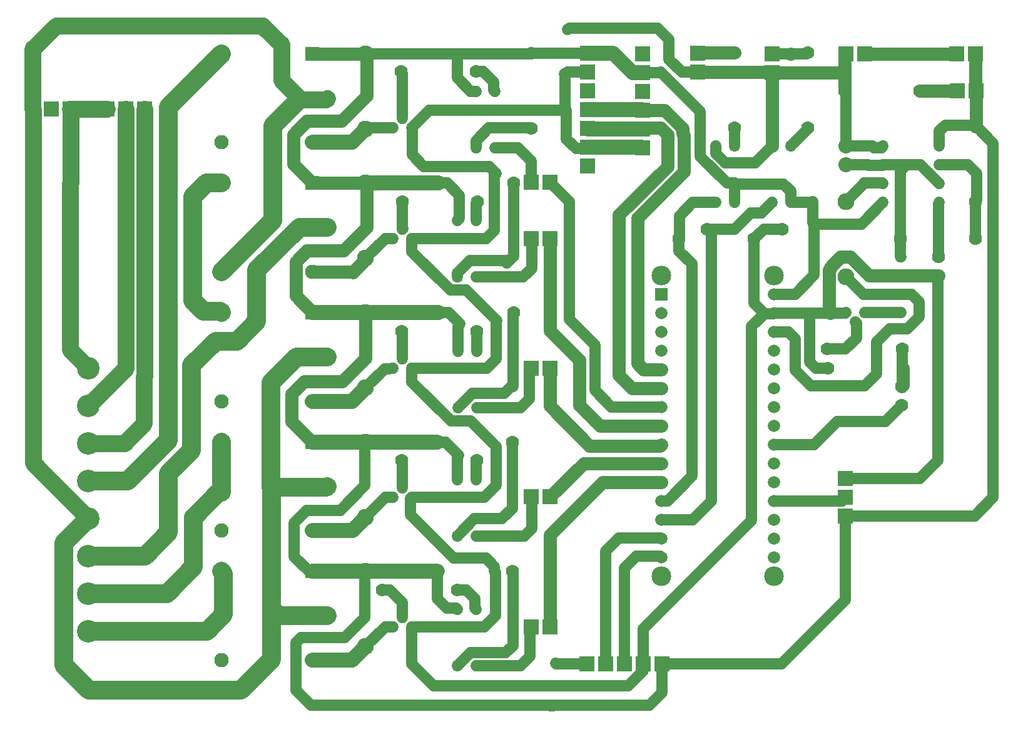
<source format=gbr>
G04 PROTEUS RS274X GERBER FILE*
%FSLAX45Y45*%
%MOMM*%
G01*
%ADD10C,2.540000*%
%ADD11C,2.286000*%
%ADD12C,2.032000*%
%ADD13C,1.524000*%
%ADD14C,1.778000*%
%ADD15C,0.762000*%
%ADD16R,1.660000X1.660000*%
%ADD17C,0.254000*%
%ADD18C,1.660000*%
%ADD19C,2.667000*%
%ADD70R,1.270000X1.270000*%
%ADD71C,1.270000*%
%ADD20C,1.778000*%
%ADD21R,2.032000X2.032000*%
%ADD22C,2.032000*%
%ADD23C,2.286000*%
%ADD24R,1.950000X1.950000*%
%ADD25C,1.950000*%
%ADD26C,3.048000*%
D10*
X-8492000Y-2056000D02*
X-6887049Y-2056000D01*
X-6664117Y-1833068D01*
X-6664117Y-1277883D01*
X-6692000Y-1250000D01*
X-6005598Y-112857D02*
X-5274857Y-112857D01*
X-5262000Y-100000D01*
D11*
X-8492000Y+992000D02*
X-7988000Y+1496000D01*
X-7988000Y+5000000D01*
X-8492000Y+484000D02*
X-8008000Y+484000D01*
X-7742000Y+750000D01*
X-7742000Y+1382791D01*
X-7734000Y+1390791D01*
X-7734000Y+5000000D01*
X-8492000Y+1500000D02*
X-8742000Y+1750000D01*
X-8742000Y+2750000D01*
X-8742000Y+3992000D01*
X-8734000Y+4000000D01*
X-8242000Y+5000000D02*
X-8730000Y+5000000D01*
X-8734000Y+4996000D01*
X-8734000Y+4000000D02*
X-8734000Y+4996000D01*
X-8738000Y+5000000D01*
X-9242000Y+4000000D02*
X-9242000Y+4996000D01*
X-9246000Y+5000000D01*
D10*
X-8492000Y-24000D02*
X-7960122Y-24000D01*
X-7413163Y+522959D01*
X-7413163Y+5028837D01*
X-6692000Y+5750000D01*
X-8492000Y-1548000D02*
X-7432974Y-1548000D01*
X-7072468Y-1187494D01*
X-7072468Y-521266D01*
X-7058588Y-507386D01*
X-6732413Y-181211D01*
X-6690774Y-181211D01*
X-6690774Y+498774D01*
X-6692000Y+500000D01*
X-6692000Y+4000000D02*
X-6894185Y+4000000D01*
X-7081726Y+3812459D01*
X-7081726Y+2410601D01*
X-6935989Y+2264864D01*
X-6706864Y+2264864D01*
X-6692000Y+2250000D01*
D11*
X-9246000Y+5000000D02*
X-9246000Y+5812873D01*
X-8931788Y+6127085D01*
X-6136445Y+6127085D01*
X-6096127Y+6086767D01*
X-5881101Y+5871741D01*
X-5881101Y+5387931D01*
X-5639196Y+5146026D01*
X-5639196Y+5132587D01*
X-5279413Y+5132587D01*
X-5262000Y+5150000D01*
D12*
X-5462000Y+4550000D02*
X-4926000Y+4550000D01*
X-4742000Y+4734000D01*
D13*
X-4369000Y+4750000D02*
X-4726000Y+4750000D01*
X-4742000Y+4734000D01*
D14*
X-5462000Y+5750000D02*
X-4742000Y+5750000D01*
D13*
X-4742000Y+2984000D02*
X-4476000Y+3250000D01*
X-4369000Y+3250000D01*
D14*
X-5462000Y+4000000D02*
X-4742000Y+4000000D01*
D12*
X-1742000Y+4996000D02*
X-1000000Y+4996000D01*
X-992000Y+4988000D01*
X-1742000Y+5758000D02*
X-1392360Y+5758000D01*
X-1130360Y+5496000D01*
X-992000Y+5496000D01*
X-992000Y+4734000D02*
X-1734000Y+4734000D01*
X-1742000Y+4742000D01*
X-5462000Y-2450000D02*
X-4926000Y-2450000D01*
X-4742000Y-2266000D01*
X-5462000Y-700000D02*
X-4921548Y-700000D01*
X-4916211Y-694663D01*
X-4742000Y-520452D01*
X-4742000Y-516000D01*
X-5462000Y+1050000D02*
X-4926000Y+1050000D01*
X-4742000Y+1234000D01*
X-4742000Y+2250000D02*
X-3758000Y+2250000D01*
D13*
X-4742000Y-2266000D02*
X-4476000Y-2000000D01*
X-4369000Y-2000000D01*
X-4742000Y-516000D02*
X-4476000Y-250000D01*
X-4369000Y-250000D01*
D12*
X-4742000Y+500000D02*
X-3774000Y+500000D01*
X-4742000Y-1250000D02*
X-3774000Y-1250000D01*
D13*
X-4242000Y-123000D02*
X-4242000Y+234000D01*
X-4258000Y+250000D01*
X-4742000Y+1234000D02*
X-4483682Y+1492318D01*
X-4432500Y+1492318D01*
X-4369000Y+1500000D01*
X-4242000Y+1627000D02*
X-4242000Y+1984000D01*
X-4258000Y+2000000D01*
D14*
X-2246000Y-242000D02*
X-1790580Y+213420D01*
X-1090904Y+213420D01*
X-742580Y+213420D01*
X-742000Y+214000D01*
X-2250000Y+1500000D02*
X-2250000Y+987420D01*
X-1713613Y+451033D01*
X-758967Y+451033D01*
X-742000Y+468000D01*
X-2250000Y-2000000D02*
X-2250000Y-752442D01*
X-1540430Y-42872D01*
X-744872Y-42872D01*
X-742000Y-40000D01*
D13*
X-4242000Y+3750000D02*
X-4242000Y+3392155D01*
X-4238686Y+3388841D01*
X-4242000Y+3377000D01*
D14*
X-2250000Y+3250000D02*
X-2250000Y+2003368D01*
X-1852626Y+1605994D01*
X-1852626Y+998789D01*
X-1826969Y+973132D01*
X-1570403Y+716566D01*
X-1561852Y+716566D01*
X-747434Y+716566D01*
X-742000Y+722000D01*
X-742000Y+1230000D02*
X-1136501Y+1230000D01*
X-1314134Y+1407633D01*
X-1314134Y+3570671D01*
X-658940Y+4225865D01*
X-658940Y+4658940D01*
X-750000Y+4750000D01*
X-976000Y+4750000D01*
X-992000Y+4734000D01*
X-742000Y+1484000D02*
X-986613Y+1484000D01*
X-1062826Y+1560213D01*
X-1062826Y+3525795D01*
X-434559Y+4154062D01*
X-434559Y+4647703D01*
X-455740Y+4668884D01*
X-455740Y+4743107D01*
X-700633Y+4988000D01*
X-992000Y+4988000D01*
X+758000Y+5492000D02*
X+1742000Y+5492000D01*
X+1742000Y+5250000D02*
X+1742000Y+5492000D01*
X+1742000Y+5734000D01*
X+1758000Y+5750000D01*
X+758000Y+5492000D02*
X+758000Y+4504000D01*
X+754000Y+4500000D01*
D13*
X+1758000Y+4504000D02*
X+2115403Y+4504000D01*
X+2138358Y+4481045D01*
X+2239045Y+4481045D01*
X+2258000Y+4500000D01*
X+1758000Y+4250000D02*
X+2056642Y+4250000D01*
X+2062537Y+4244105D01*
X+2256105Y+4244105D01*
X+2258000Y+4246000D01*
X+1758000Y+4504000D02*
X+1758000Y+5234000D01*
X+1742000Y+5250000D01*
X+1758000Y+3750000D02*
X+2000000Y+3992000D01*
X+2000000Y+4000000D01*
X+2250000Y+4000000D01*
X+2258000Y+3992000D01*
X+782000Y+2500000D02*
X+1067163Y+2500000D01*
X+1323283Y+2756120D01*
X+1323283Y+3447986D01*
X+1967986Y+3447986D01*
X+2258000Y+3738000D01*
D14*
X+2012000Y+5750000D02*
X+3254000Y+5750000D01*
X+2758000Y+5250000D02*
X+3262000Y+5250000D01*
X+3508000Y+5750000D02*
X+3508000Y+5258000D01*
X+3516000Y+5250000D01*
D13*
X+3020000Y+4246000D02*
X+3407760Y+4246000D01*
X+3524062Y+4129698D01*
X+3524062Y+3766062D01*
X+3508000Y+3750000D01*
X+3008000Y+3004000D02*
X+3008000Y+3726000D01*
X+3020000Y+3738000D01*
X+2258000Y+4246000D02*
X+2571562Y+4246000D01*
X+2766000Y+4246000D01*
X+3020000Y+3992000D01*
D14*
X+2524000Y+1500000D02*
X+2524000Y+1270000D01*
X+2508000Y+1254000D01*
D13*
X+1750000Y+2246000D02*
X+1754000Y+2250000D01*
X+782000Y+468000D02*
X+1323706Y+468000D01*
X+1635706Y+780000D01*
X+2288000Y+780000D01*
X+2508000Y+1000000D01*
X+1500000Y+1758000D02*
X+1748725Y+1758000D01*
X+1897174Y+1906449D01*
X+1897174Y+2106826D01*
X+1881000Y+2123000D01*
X+1508000Y+1500000D02*
X+1346522Y+1500000D01*
X+1262174Y+1584348D01*
X+1262174Y+2246000D01*
X+782000Y+2246000D02*
X+1262174Y+2246000D01*
D14*
X+3008000Y+2750000D02*
X+2065943Y+2750000D01*
X+1815943Y+3000000D01*
X+1683914Y+3000000D01*
X+1547464Y+2863550D01*
X+1547464Y+2846752D01*
X+1529400Y+2828688D01*
X+1529400Y+2264064D01*
X+1547464Y+2246000D01*
D13*
X+1262174Y+2246000D02*
X+1547464Y+2246000D01*
X+1750000Y+2246000D01*
X-5462000Y-1250000D02*
X-5506409Y-1250000D01*
X-5708681Y-1047728D01*
X-5708681Y-591832D01*
X-5541208Y-424359D01*
X-5085311Y-424359D01*
X-4750366Y-89414D01*
X-4750366Y+500000D01*
D12*
X-5462000Y+500000D02*
X-5000000Y+500000D01*
X-4750366Y+500000D01*
X-4742000Y+500000D01*
D10*
X-8492000Y-532000D02*
X-8825531Y-865531D01*
X-8825531Y-2517765D01*
X-8490586Y-2852710D01*
X-6434395Y-2852710D01*
X-6019038Y-2437353D01*
X-6019038Y-1750000D01*
X-6019038Y-1456772D01*
X-5262000Y-1850000D02*
X-5919038Y-1850000D01*
X-6019038Y-1750000D01*
D11*
X-8492000Y-532000D02*
X-9242000Y+218000D01*
X-9242000Y+4000000D01*
D14*
X-5462000Y+2800000D02*
X-4923430Y+2800000D01*
X-4917715Y+2794285D01*
X-4742000Y+2970000D01*
X-4742000Y+2984000D01*
D10*
X-8492000Y-1040000D02*
X-7726593Y-1040000D01*
X-7409333Y-722740D01*
X-7409333Y+76889D01*
X-7390518Y+95704D01*
X-7098888Y+387334D01*
X-7098888Y+1535038D01*
X-6769629Y+1864297D01*
X-6478000Y+1864297D01*
X-6214592Y+2127705D01*
X-6214592Y+2823851D01*
X-5638443Y+3400000D01*
X-5262000Y+3400000D01*
D14*
X-5462000Y+2250000D02*
X-5687777Y+2475777D01*
X-5687777Y+2513407D01*
X-5687777Y+2936741D01*
X-5537259Y+3087259D01*
X-5038667Y+3087259D01*
X-4728223Y+3397703D01*
X-4728223Y+4000000D01*
D12*
X-4742000Y+4000000D02*
X-4728223Y+4000000D01*
X-3758000Y+4000000D01*
D10*
X-6692000Y+2800000D02*
X-6000000Y+3492000D01*
X-6000000Y+4771783D01*
X-5639196Y+5132587D01*
D14*
X-5462000Y+4000000D02*
X-5716000Y+4254000D01*
X-5716000Y+4658296D01*
X-5537259Y+4837037D01*
X-5490222Y+4837037D01*
X-5066889Y+4837037D01*
X-4728223Y+5175703D01*
X-4728223Y+5750000D01*
D10*
X-5262000Y+1650000D02*
X-5675063Y+1650000D01*
X-6023528Y+1301535D01*
X-6023528Y-108367D01*
X-6019038Y-112857D01*
X-6019038Y-1456772D02*
X-6019038Y-112857D01*
X-6005598Y-112857D01*
D14*
X-5462000Y+500000D02*
X-5741306Y+779306D01*
X-5741306Y+821757D01*
X-5741306Y+1151016D01*
X-5571972Y+1320350D01*
X-5054564Y+1320350D01*
X-4744120Y+1630794D01*
X-4744120Y+2250000D01*
D12*
X-5462000Y+2250000D02*
X-4744120Y+2250000D01*
X-4742000Y+2250000D01*
D13*
X-742000Y-548000D02*
X-313685Y-548000D01*
X-61020Y-295335D01*
X-61020Y+3319020D01*
X-121000Y+3379000D01*
X+251332Y+3379000D01*
X+472157Y+3599825D01*
X+615825Y+3599825D01*
X+754000Y+3738000D01*
X+3020000Y+4500000D02*
X+3020000Y+4702848D01*
X+3099722Y+4782570D01*
X+3491430Y+4782570D01*
X+3508000Y+4766000D01*
X+2492000Y+3250000D02*
X+2492000Y+4166438D01*
X+2571562Y+4246000D01*
X+2492000Y+3250000D02*
X+2492000Y+3008000D01*
X+2500000Y+3000000D01*
X+2500000Y+2250000D02*
X+2008000Y+2250000D01*
X+782000Y+1992000D02*
X+976601Y+1992000D01*
X+1071982Y+1896619D01*
X+1071982Y+1474519D01*
X+1286734Y+1259767D01*
X+2012448Y+1259767D01*
X+2175364Y+1422683D01*
X+2175364Y+1852187D01*
X+2353090Y+2029913D01*
X+2590058Y+2029913D01*
X+2750000Y+2189855D01*
X+2750000Y+2395744D01*
X+2649300Y+2496444D01*
X+1995556Y+2496444D01*
X+1758000Y+2734000D01*
X+3508000Y+3750000D02*
X+3508000Y+3250000D01*
X+2516000Y+1758000D02*
X+2516000Y+1508000D01*
X+2524000Y+1500000D01*
X+1008000Y+3738000D02*
X+1296950Y+3738000D01*
X+1308950Y+3750000D01*
X+1308950Y+3462319D01*
X+1323283Y+3447986D01*
D14*
X+3516000Y+5250000D02*
X+3516000Y+4774000D01*
X+3508000Y+4766000D01*
D12*
X-1742000Y+4488000D02*
X-1346740Y+4488000D01*
X-1000000Y+4488000D01*
X-992000Y+4480000D01*
D13*
X-4242000Y-1873000D02*
X-4242000Y-1673274D01*
X-4274178Y-1641096D01*
X-4415274Y-1500000D01*
X-4516000Y-1500000D01*
X-3500000Y-1500000D02*
X-3380822Y-1500000D01*
X-3262877Y-1617945D01*
X-3262877Y-1749123D01*
X-3246000Y-1766000D01*
X-3774000Y-1250000D02*
X-3774000Y-1620041D01*
X-3645617Y-1748424D01*
X-3517576Y-1748424D01*
X-3500000Y-1766000D01*
X-3246000Y-770000D02*
X-2597604Y-770000D01*
X-2497398Y-669794D01*
X-2497398Y-244602D01*
X-2500000Y-242000D01*
X-3242000Y+960000D02*
X-2642124Y+960000D01*
X-2523494Y+1078630D01*
X-2523494Y+1480506D01*
X-2504000Y+1500000D01*
X-3246000Y+2730000D02*
X-2611850Y+2730000D01*
X-2497398Y+2844452D01*
X-2497398Y+3243398D01*
X-2504000Y+3250000D01*
X-3496000Y+960000D02*
X-3299083Y+1156917D01*
X-2862740Y+1156917D01*
X-2769657Y+1250000D01*
X-2750000Y+1250000D01*
X-2750000Y+2242000D01*
X-2742000Y+2250000D01*
X-3500000Y+2730000D02*
X-3500000Y+2781301D01*
X-3332466Y+2948835D01*
X-2854042Y+2948835D01*
X-2827946Y+2922739D01*
X-2740959Y+3009726D01*
X-2740959Y+3079315D01*
X-2740959Y+3998959D01*
X-2742000Y+4000000D01*
X-3242000Y+1722000D02*
X-3242000Y+2000000D01*
X-3246000Y-8000D02*
X-3246000Y+246000D01*
X-3242000Y+250000D01*
X-3500000Y-8000D02*
X-3500000Y+302192D01*
X-3480343Y+321849D01*
X-3658494Y+500000D01*
X-3774000Y+500000D01*
X-3496000Y+1722000D02*
X-3496000Y+2063315D01*
X-3462946Y+2096369D01*
X-3616577Y+2250000D01*
X-3758000Y+2250000D01*
X-3500000Y+3492000D02*
X-3471644Y+3520356D01*
X-3471644Y+3836095D01*
X-3635549Y+4000000D01*
X-3758000Y+4000000D01*
X-3246000Y-2528000D02*
X-2641974Y-2528000D01*
X-2514795Y-2400821D01*
X-2514795Y-2010795D01*
X-2504000Y-2000000D01*
X-3500000Y-2528000D02*
X-3322258Y-2350258D01*
X-2888836Y-2350258D01*
X-2850258Y-2350258D01*
X-2750000Y-2250000D01*
X-2750000Y-1258000D01*
X-2758000Y-1250000D01*
X-4115000Y-2000000D02*
X-3140412Y-2000000D01*
X-2984521Y-1844109D01*
X-2984521Y-1265479D01*
X-3000000Y-1250000D01*
X-3000000Y-1184931D01*
X-3115000Y-1069931D01*
X-3549932Y-1069931D01*
X-3558631Y-1061232D01*
X-4132739Y-487124D01*
X-4132739Y-487123D01*
X-4132739Y-267739D01*
X-4115000Y-250000D01*
X-3500000Y-770000D02*
X-3269315Y-539315D01*
X-2897535Y-539315D01*
X-2758357Y-400137D01*
X-2758357Y-391438D01*
X-2758357Y+499643D01*
X-2758000Y+500000D01*
X-4115000Y-250000D02*
X-3138836Y-250000D01*
X-2975822Y-86986D01*
X-2975822Y+434930D01*
X-2993220Y+452328D01*
X-3323092Y+782200D01*
X-3588884Y+782200D01*
X-4115000Y+1308316D01*
X-4115000Y+1500000D01*
X-3102465Y+1500000D01*
X-2975822Y+1626643D01*
X-2975822Y+2131165D01*
X-2967124Y+2139863D01*
X-3379461Y+2552200D01*
X-3592884Y+2552200D01*
X-4115000Y+3074316D01*
X-4115000Y+3250000D01*
X-742000Y+976000D02*
X-1420520Y+976000D01*
X-1641370Y+1196850D01*
X-1641370Y+1805754D01*
X-1989315Y+2153699D01*
X-1989315Y+3751315D01*
X-2246000Y+4008000D01*
X-3246000Y+3492000D02*
X-3246000Y+3730000D01*
X-3226000Y+3750000D01*
X-4115000Y+3250000D02*
X-3111713Y+3250000D01*
X-3000000Y+3361713D01*
X-3000000Y+3500000D01*
X-3000000Y+4100548D01*
X-2972261Y+4128287D01*
X-3067946Y+4223972D01*
X-3955205Y+4223972D01*
X-4111780Y+4380547D01*
X-4111780Y+4389246D01*
X-4111780Y+4746780D01*
X-4115000Y+4750000D01*
X-4242000Y+4877000D02*
X-4242000Y+5484000D01*
X-4266000Y+5508000D01*
X-3250000Y+5508000D02*
X-3151562Y+5508000D01*
X-3007055Y+5363493D01*
X-3007055Y+5253055D01*
X-2996000Y+5242000D01*
X-4742000Y+5750000D02*
X-4728223Y+5750000D01*
X-1742000Y+5758000D02*
X-2500000Y+5758000D01*
X-3250000Y+5242000D02*
X-3320493Y+5242000D01*
X-3500000Y+5421507D01*
X-3500000Y+5500000D01*
X-3500000Y+5750000D01*
X-4728223Y+5750000D02*
X-3500000Y+5750000D01*
X-2508000Y+5750000D01*
X-2500000Y+5758000D01*
X-2024110Y+4980753D02*
X-2024110Y+4598013D01*
X-1893631Y+4467534D01*
X-1876233Y+4467534D01*
X-1762466Y+4467534D01*
X-1742000Y+4488000D01*
X-3250000Y+4480000D02*
X-3250000Y+4572534D01*
X-3076644Y+4745890D01*
X-2503890Y+4745890D01*
X-2500000Y+4742000D01*
X-2996000Y+4480000D02*
X-2680275Y+4480000D01*
X-2502535Y+4302260D01*
X-2502535Y+4010535D01*
X-2500000Y+4008000D01*
X-4115000Y+4750000D02*
X-3884247Y+4980753D01*
X-3816027Y+4980753D01*
X-2045926Y+4980753D01*
X-2024110Y+4980753D01*
X-1742000Y+5504000D02*
X-2014929Y+5504000D01*
X-2045926Y+5473003D01*
X-4115000Y-2000000D02*
X-4115000Y-2499559D01*
X-3820515Y-2794044D01*
X-1189160Y-2794044D01*
X-988000Y-2592884D01*
X-988000Y-2500000D01*
D12*
X-4748352Y-1250000D02*
X-4742000Y-1250000D01*
D13*
X+782000Y-294000D02*
X+1702000Y-294000D01*
X+1750000Y-246000D01*
X+1750000Y+8000D02*
X+2758000Y+8000D01*
X+3000000Y+250000D01*
X+3000000Y+2742000D01*
X+3008000Y+2750000D01*
X-1242000Y-2500000D02*
X-1242000Y-1205018D01*
X-1077932Y-1040950D01*
X-757050Y-1040950D01*
X-742000Y-1056000D01*
X-1496000Y-2500000D02*
X-1496000Y-976888D01*
X-1313118Y-794006D01*
X-749994Y-794006D01*
X-742000Y-802000D01*
X-988000Y-2500000D02*
X-988000Y-2028348D01*
X+475904Y-564444D01*
X+475904Y+2060871D01*
X+652293Y+2237260D01*
X+773260Y+2237260D01*
X+782000Y+2246000D01*
D12*
X-5462000Y-1250000D02*
X-4756965Y-1250000D01*
X-4748352Y-1250000D01*
D13*
X-1750000Y-2500000D02*
X-2162891Y-2500000D01*
X-2169929Y-2492962D01*
X-2205207Y-3069166D02*
X-2238241Y-3069166D01*
X-2250000Y-3057407D01*
X-734000Y-2500000D02*
X-734000Y-2891478D01*
X-899929Y-3057407D01*
X-2250000Y-3057407D01*
X-5486039Y-3057407D01*
X-5685946Y-2857500D01*
X-5685946Y-2210740D01*
X-5615391Y-2140185D01*
X-5027428Y-2140185D01*
X-4756965Y-1869722D01*
X-4756965Y-1646296D01*
X-4756965Y-1250000D01*
X-2045926Y+4980753D02*
X-2045926Y+5454074D01*
X-2045926Y+5473003D02*
X-2045926Y+5454074D01*
X-734000Y-2500000D02*
X+883387Y-2500000D01*
X+1749363Y-1634024D01*
X+1749363Y-500637D01*
X+1750000Y-500000D01*
X+1222000Y+5746000D02*
X+1242000Y+5766000D01*
X+1222000Y+5746000D02*
X+1242000Y+5766000D01*
X+250000Y+4750000D02*
X+250000Y+4500000D01*
D14*
X+250000Y+5766000D02*
X-238000Y+5766000D01*
X-250000Y+5754000D01*
X+758000Y+5492000D02*
X+750000Y+5500000D01*
X-250000Y+5500000D01*
D13*
X+758000Y+5746000D02*
X+972000Y+5746000D01*
X+1004000Y+5746000D01*
X+1222000Y+5746000D01*
D14*
X+1004000Y+5746000D02*
X+1008000Y+5750000D01*
D13*
X+1008000Y+4500000D02*
X+1242000Y+4734000D01*
X+1242000Y+4750000D01*
X-4000Y+3738000D02*
X-314171Y+3738000D01*
X-495990Y+3556181D01*
X-495990Y+3254010D01*
X-500000Y+3250000D01*
X-742000Y-294000D02*
X-657003Y-294000D01*
X-326646Y+36357D01*
X-326646Y+2910841D01*
X-500000Y+3084195D01*
X-500000Y+3250000D01*
X+895000Y+3379000D02*
X+645000Y+3379000D01*
X+516000Y+3250000D01*
X+516000Y+2644986D01*
X+515785Y+2644771D01*
X+515785Y+2373768D01*
X+652293Y+2237260D01*
X-4000Y+4500000D02*
X-4000Y+4400451D01*
X+122868Y+4273583D01*
X+527583Y+4273583D01*
X+754000Y+4500000D01*
X-992000Y+5496000D02*
X-754000Y+5496000D01*
X-750000Y+5500000D01*
X-214813Y+4964813D01*
X-214813Y+4955609D01*
X-214813Y+4359817D01*
X+145004Y+4000000D01*
X+250000Y+4000000D01*
X+1008000Y+3738000D02*
X+1008000Y+3890869D01*
X+909059Y+3989810D01*
X+260190Y+3989810D01*
X+250000Y+4000000D01*
X+250000Y+3738000D01*
X+1750000Y-500000D02*
X+3500000Y-500000D01*
X+3750000Y-250000D01*
X+3750000Y+4540000D01*
X+3516000Y+4774000D01*
X-250000Y+5500000D02*
X-460094Y+5500000D01*
X-635095Y+5675001D01*
X-635095Y+5942370D01*
X-789887Y+6097162D01*
X-1986009Y+6097162D01*
X-2007117Y+6076054D01*
X-2049333Y+5477993D02*
X-2045926Y+5474586D01*
X-2045926Y+5473003D01*
D15*
X+2500000Y+3000000D03*
X+2500000Y+2250000D03*
X-2169929Y-2492962D03*
X-2205207Y-3069166D03*
X-2007117Y+6076054D03*
X-2049333Y+5477993D03*
D16*
X-742000Y+2500000D03*
D17*
X-742000Y+2500000D03*
D18*
X-742000Y+2246000D03*
X-742000Y+1992000D03*
X-742000Y+1738000D03*
X-742000Y+1484000D03*
X-742000Y+1230000D03*
X-742000Y+976000D03*
X-742000Y+722000D03*
X-742000Y+468000D03*
X-742000Y+214000D03*
X-742000Y-40000D03*
X-742000Y-294000D03*
X-742000Y-548000D03*
X-742000Y-802000D03*
X-742000Y-1056000D03*
X+782000Y+2500000D03*
X+782000Y+2246000D03*
X+782000Y+1992000D03*
X+782000Y+1738000D03*
X+782000Y+1484000D03*
X+782000Y+1230000D03*
X+782000Y+976000D03*
X+782000Y+722000D03*
X+782000Y+468000D03*
X+782000Y+214000D03*
X+782000Y-40000D03*
X+782000Y-294000D03*
X+782000Y-548000D03*
X+782000Y-802000D03*
X+782000Y-1056000D03*
D19*
X-742000Y+2754000D03*
X-742000Y-1310000D03*
X+782000Y-1310000D03*
X+782000Y+2754000D03*
D70*
X+1008000Y+4500000D03*
D71*
X+754000Y+4500000D03*
X+754000Y+3738000D03*
X+1008000Y+3738000D03*
D20*
X-121000Y+3379000D03*
X+895000Y+3379000D03*
X+1242000Y+4750000D03*
X+1242000Y+5766000D03*
D70*
X+2258000Y+4500000D03*
D71*
X+2258000Y+4246000D03*
X+2258000Y+3992000D03*
X+2258000Y+3738000D03*
X+3020000Y+3738000D03*
X+3020000Y+3992000D03*
X+3020000Y+4246000D03*
X+3020000Y+4500000D03*
D21*
X-992000Y+5750000D03*
X-992000Y+5496000D03*
X-992000Y+5242000D03*
X-992000Y+4988000D03*
X-992000Y+4734000D03*
X-992000Y+4480000D03*
X-1742000Y+5758000D03*
X-1742000Y+5504000D03*
X-1742000Y+5250000D03*
X-1742000Y+4996000D03*
X-1742000Y+4742000D03*
X-1742000Y+4488000D03*
X-1742000Y+4234000D03*
D20*
X+3508000Y+3750000D03*
X+3508000Y+4766000D03*
X+2492000Y+3250000D03*
X+3508000Y+3250000D03*
D22*
X+1758000Y+4250000D03*
X+1758000Y+4504000D03*
D20*
X+3008000Y+2750000D03*
X+3008000Y+3004000D03*
D23*
X+1758000Y+2734000D03*
X+1758000Y+3750000D03*
D71*
X+1754000Y+2250000D03*
X+1881000Y+2123000D03*
X+2008000Y+2250000D03*
D20*
X+1500000Y+1758000D03*
X+2516000Y+1758000D03*
X+1508000Y+1500000D03*
X+2524000Y+1500000D03*
X+2508000Y+1254000D03*
X+2508000Y+1000000D03*
D21*
X+1758000Y+5750000D03*
X+2012000Y+5750000D03*
D24*
X-5462000Y+5750000D03*
D17*
X-5462000Y+5750000D03*
D25*
X-6692000Y+5750000D03*
X-6692000Y+4550000D03*
X-5462000Y+4550000D03*
X-5262000Y+5150000D03*
D24*
X-5462000Y+4000000D03*
D17*
X-5462000Y+4000000D03*
D25*
X-6692000Y+4000000D03*
X-6692000Y+2800000D03*
X-5462000Y+2800000D03*
X-5262000Y+3400000D03*
D24*
X-5462000Y+2250000D03*
D17*
X-5462000Y+2250000D03*
D25*
X-6692000Y+2250000D03*
X-6692000Y+1050000D03*
X-5462000Y+1050000D03*
X-5262000Y+1650000D03*
D24*
X-5462000Y+500000D03*
D17*
X-5462000Y+500000D03*
D25*
X-6692000Y+500000D03*
X-6692000Y-700000D03*
X-5462000Y-700000D03*
X-5262000Y-100000D03*
D24*
X-5462000Y-1250000D03*
D17*
X-5462000Y-1250000D03*
D25*
X-6692000Y-1250000D03*
X-6692000Y-2450000D03*
X-5462000Y-2450000D03*
X-5262000Y-1850000D03*
D70*
X-3250000Y+4480000D03*
D71*
X-2996000Y+4480000D03*
X-2996000Y+5242000D03*
X-3250000Y+5242000D03*
D70*
X-3500000Y+2730000D03*
D71*
X-3246000Y+2730000D03*
X-3246000Y+3492000D03*
X-3500000Y+3492000D03*
D70*
X-3496000Y+960000D03*
D71*
X-3242000Y+960000D03*
X-3242000Y+1722000D03*
X-3496000Y+1722000D03*
D70*
X-3500000Y-770000D03*
D71*
X-3246000Y-770000D03*
X-3246000Y-8000D03*
X-3500000Y-8000D03*
D70*
X-3500000Y-2528000D03*
D71*
X-3246000Y-2528000D03*
X-3246000Y-1766000D03*
X-3500000Y-1766000D03*
D20*
X-2500000Y+5758000D03*
X-2500000Y+4742000D03*
X-3758000Y+4000000D03*
X-2742000Y+4000000D03*
X-3758000Y+2250000D03*
X-2742000Y+2250000D03*
X-3774000Y+500000D03*
X-2758000Y+500000D03*
X-3774000Y-1250000D03*
X-2758000Y-1250000D03*
D23*
X-4742000Y+4734000D03*
X-4742000Y+5750000D03*
X-4742000Y+2984000D03*
X-4742000Y+4000000D03*
X-4742000Y+1234000D03*
X-4742000Y+2250000D03*
X-4742000Y-516000D03*
X-4742000Y+500000D03*
X-4742000Y-2266000D03*
X-4742000Y-1250000D03*
D21*
X-2500000Y+4008000D03*
X-2246000Y+4008000D03*
X-2504000Y+3250000D03*
X-2250000Y+3250000D03*
X-2504000Y+1500000D03*
X-2250000Y+1500000D03*
X-2500000Y-242000D03*
X-2246000Y-242000D03*
X-2504000Y-2000000D03*
X-2250000Y-2000000D03*
X+3508000Y+5750000D03*
X+3254000Y+5750000D03*
X+3516000Y+5250000D03*
X+3262000Y+5250000D03*
D20*
X+2758000Y+5250000D03*
X+1742000Y+5250000D03*
D21*
X+758000Y+5492000D03*
X+758000Y+5746000D03*
D20*
X-3250000Y+5508000D03*
X-4266000Y+5508000D03*
D71*
X-4115000Y+3250000D03*
X-4242000Y+3377000D03*
X-4369000Y+3250000D03*
D20*
X-3226000Y+3750000D03*
X-4242000Y+3750000D03*
D71*
X-4115000Y+1500000D03*
X-4242000Y+1627000D03*
X-4369000Y+1500000D03*
D20*
X-3242000Y+2000000D03*
X-4258000Y+2000000D03*
D71*
X-4115000Y-250000D03*
X-4242000Y-123000D03*
X-4369000Y-250000D03*
D20*
X-3242000Y+250000D03*
X-4258000Y+250000D03*
D71*
X-4115000Y-2000000D03*
X-4242000Y-1873000D03*
X-4369000Y-2000000D03*
D20*
X-3500000Y-1500000D03*
X-4516000Y-1500000D03*
D21*
X-7734000Y+5000000D03*
X-7988000Y+5000000D03*
X-8242000Y+5000000D03*
X+1750000Y-500000D03*
X+1750000Y-246000D03*
X+1750000Y+8000D03*
D26*
X-8492000Y+1500000D03*
X-8492000Y+992000D03*
X-8492000Y+484000D03*
X-8492000Y-24000D03*
X-8492000Y-532000D03*
X-8492000Y-1040000D03*
X-8492000Y-1548000D03*
X-8492000Y-2056000D03*
D21*
X-9246000Y+5000000D03*
X-8992000Y+5000000D03*
X-8738000Y+5000000D03*
D71*
X-4115000Y+4750000D03*
X-4242000Y+4877000D03*
X-4369000Y+4750000D03*
D21*
X-1750000Y-2500000D03*
X-1496000Y-2500000D03*
X-1242000Y-2500000D03*
X-988000Y-2500000D03*
X-734000Y-2500000D03*
D70*
X+250000Y+4500000D03*
D71*
X-4000Y+4500000D03*
X-4000Y+3738000D03*
X+250000Y+3738000D03*
D20*
X+250000Y+4750000D03*
X+250000Y+5766000D03*
D21*
X-250000Y+5500000D03*
X-250000Y+5754000D03*
D20*
X-500000Y+3250000D03*
X+516000Y+3250000D03*
M02*

</source>
